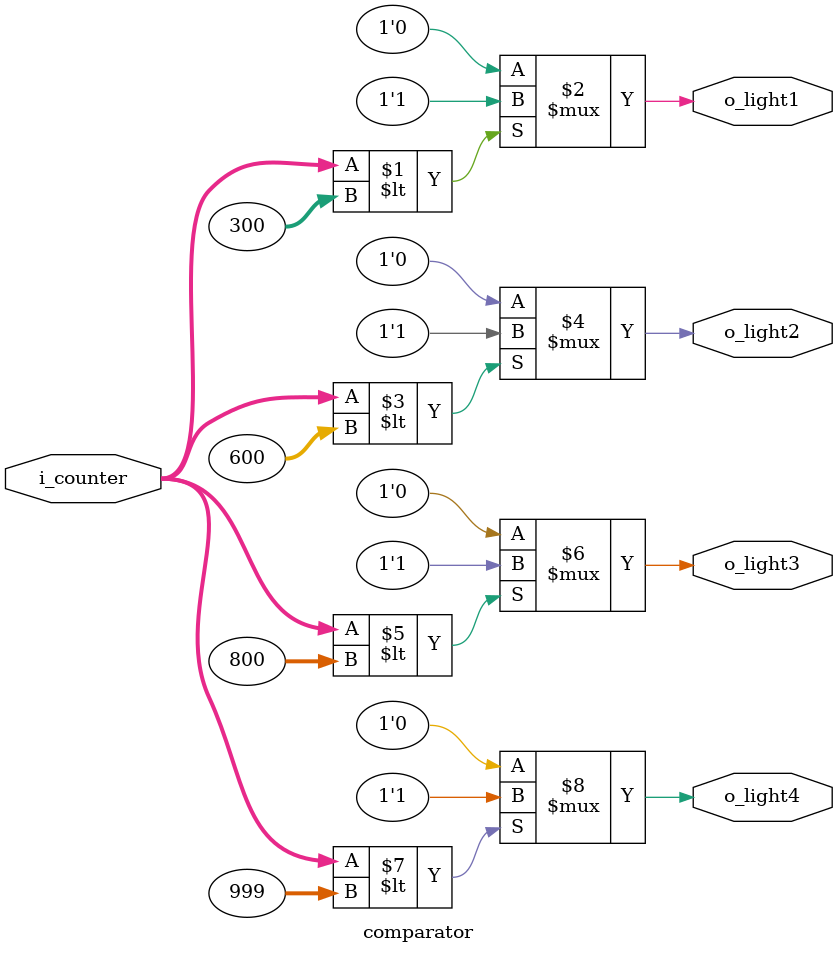
<source format=v>
`timescale 1ns / 1ps


module comparator(
    input [9:0] i_counter,
    output o_light1, o_light2, o_light3, o_light4
    );

    assign o_light1 = (i_counter < 300) ? 1'b1 : 1'b0;
    assign o_light2 = (i_counter < 600) ? 1'b1 : 1'b0;
    assign o_light3 = (i_counter < 800) ? 1'b1 : 1'b0;
    assign o_light4 = (i_counter < 999) ? 1'b1 : 1'b0;
endmodule

</source>
